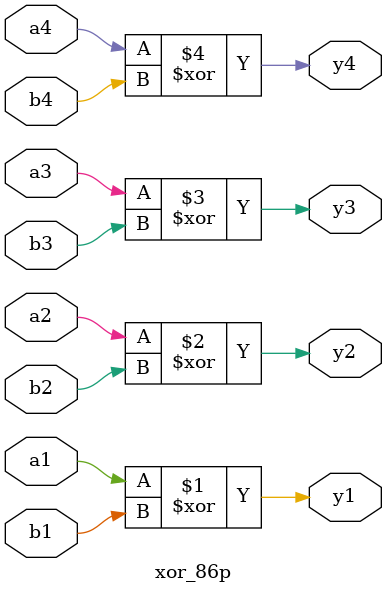
<source format=v>
module xor_86p (
    input a1,
    input b1,
    output y1,

    input a2,
    input b2,
    output y2,

    input a3,
    input b3,
    output y3,

    input a4,
    input b4,
    output y4);

    assign y1 = a1 ^ b1;
    assign y2 = a2 ^ b2;
    assign y3 = a3 ^ b3;
    assign y4 = a4 ^ b4;

endmodule
</source>
